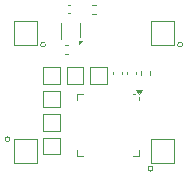
<source format=gbr>
%TF.GenerationSoftware,KiCad,Pcbnew,8.0.1-8.0.1-0~ubuntu20.04.1*%
%TF.CreationDate,2024-06-12T16:16:27+01:00*%
%TF.ProjectId,smolpad,736d6f6c-7061-4642-9e6b-696361645f70,rev?*%
%TF.SameCoordinates,Original*%
%TF.FileFunction,Legend,Bot*%
%TF.FilePolarity,Positive*%
%FSLAX46Y46*%
G04 Gerber Fmt 4.6, Leading zero omitted, Abs format (unit mm)*
G04 Created by KiCad (PCBNEW 8.0.1-8.0.1-0~ubuntu20.04.1) date 2024-06-12 16:16:27*
%MOMM*%
%LPD*%
G01*
G04 APERTURE LIST*
%ADD10C,0.120000*%
G04 APERTURE END LIST*
D10*
%TO.C,C1*%
X37787836Y-36040000D02*
X37572164Y-36040000D01*
X37787836Y-36760000D02*
X37572164Y-36760000D01*
%TO.C,RGB2*%
X33200000Y-34000000D02*
X35200000Y-34000000D01*
X33200000Y-35950000D02*
X33200000Y-34000000D01*
X33200000Y-36000000D02*
X33200000Y-35950000D01*
X35200000Y-34000000D02*
X35200000Y-36000000D01*
X35200000Y-36000000D02*
X33200000Y-36000000D01*
X35906155Y-36000000D02*
G75*
G02*
X35493845Y-36000000I-206155J0D01*
G01*
X35493845Y-36000000D02*
G75*
G02*
X35906155Y-36000000I206155J0D01*
G01*
%TO.C,RGB1*%
X44800000Y-34000000D02*
X46800000Y-34000000D01*
X44800000Y-35950000D02*
X44800000Y-34000000D01*
X44800000Y-36000000D02*
X44800000Y-35950000D01*
X46800000Y-34000000D02*
X46800000Y-36000000D01*
X46800000Y-36000000D02*
X44800000Y-36000000D01*
X47506155Y-36000000D02*
G75*
G02*
X47093845Y-36000000I-206155J0D01*
G01*
X47093845Y-36000000D02*
G75*
G02*
X47506155Y-36000000I206155J0D01*
G01*
%TO.C,U1*%
X38590000Y-40190000D02*
X39065000Y-40190000D01*
X38590000Y-40665000D02*
X38590000Y-40190000D01*
X38590000Y-44935000D02*
X38590000Y-45410000D01*
X38590000Y-45410000D02*
X39065000Y-45410000D01*
X43510000Y-40190000D02*
X43335000Y-40190000D01*
X43810000Y-40430000D02*
X43810000Y-40665000D01*
X43810000Y-44935000D02*
X43810000Y-45410000D01*
X43810000Y-45410000D02*
X43335000Y-45410000D01*
X43810000Y-40190000D02*
X43570000Y-39860000D01*
X44050000Y-39860000D01*
X43810000Y-40190000D01*
G36*
X43810000Y-40190000D02*
G01*
X43570000Y-39860000D01*
X44050000Y-39860000D01*
X43810000Y-40190000D01*
G37*
%TO.C,TP3*%
X35700000Y-37900000D02*
X37100000Y-37900000D01*
X35700000Y-39300000D02*
X35700000Y-37900000D01*
X37100000Y-37900000D02*
X37100000Y-39300000D01*
X37100000Y-39300000D02*
X35700000Y-39300000D01*
%TO.C,RGB3*%
X44800000Y-44000000D02*
X44850000Y-44000000D01*
X44800000Y-46000000D02*
X44800000Y-44000000D01*
X44850000Y-44000000D02*
X46800000Y-44000000D01*
X46800000Y-44000000D02*
X46800000Y-46000000D01*
X46800000Y-46000000D02*
X44800000Y-46000000D01*
X45006155Y-46500000D02*
G75*
G02*
X44593845Y-46500000I-206155J0D01*
G01*
X44593845Y-46500000D02*
G75*
G02*
X45006155Y-46500000I206155J0D01*
G01*
%TO.C,R1*%
X44020000Y-38553641D02*
X44020000Y-38246359D01*
X44780000Y-38553641D02*
X44780000Y-38246359D01*
%TO.C,RGB4*%
X33200000Y-44000000D02*
X35200000Y-44000000D01*
X33200000Y-46000000D02*
X33200000Y-44000000D01*
X35200000Y-44000000D02*
X35200000Y-44050000D01*
X35200000Y-44050000D02*
X35200000Y-46000000D01*
X35200000Y-46000000D02*
X33200000Y-46000000D01*
X32906155Y-44000000D02*
G75*
G02*
X32493845Y-44000000I-206155J0D01*
G01*
X32493845Y-44000000D02*
G75*
G02*
X32906155Y-44000000I206155J0D01*
G01*
%TO.C,TP2*%
X37700000Y-37900000D02*
X39100000Y-37900000D01*
X37700000Y-39300000D02*
X37700000Y-37900000D01*
X39100000Y-37900000D02*
X39100000Y-39300000D01*
X39100000Y-39300000D02*
X37700000Y-39300000D01*
%TO.C,R2*%
X40153641Y-32620000D02*
X39846359Y-32620000D01*
X40153641Y-33380000D02*
X39846359Y-33380000D01*
%TO.C,C2*%
X41640000Y-38507836D02*
X41640000Y-38292164D01*
X42360000Y-38507836D02*
X42360000Y-38292164D01*
%TO.C,TP1*%
X39700000Y-37900000D02*
X41100000Y-37900000D01*
X39700000Y-39300000D02*
X39700000Y-37900000D01*
X41100000Y-37900000D02*
X41100000Y-39300000D01*
X41100000Y-39300000D02*
X39700000Y-39300000D01*
%TO.C,U2*%
X37190000Y-34182000D02*
X37190000Y-35482000D01*
X38810000Y-34182000D02*
X38810000Y-35322000D01*
X38730000Y-35932000D02*
X38730000Y-35652000D01*
X39010000Y-35652000D01*
X38730000Y-35932000D01*
G36*
X38730000Y-35932000D02*
G01*
X38730000Y-35652000D01*
X39010000Y-35652000D01*
X38730000Y-35932000D01*
G37*
%TO.C,TP5*%
X35700000Y-41900000D02*
X37100000Y-41900000D01*
X35700000Y-43300000D02*
X35700000Y-41900000D01*
X37100000Y-41900000D02*
X37100000Y-43300000D01*
X37100000Y-43300000D02*
X35700000Y-43300000D01*
%TO.C,TP4*%
X35700000Y-39900000D02*
X37100000Y-39900000D01*
X35700000Y-41300000D02*
X35700000Y-39900000D01*
X37100000Y-39900000D02*
X37100000Y-41300000D01*
X37100000Y-41300000D02*
X35700000Y-41300000D01*
%TO.C,TP6*%
X35700000Y-43900000D02*
X37100000Y-43900000D01*
X35700000Y-45300000D02*
X35700000Y-43900000D01*
X37100000Y-43900000D02*
X37100000Y-45300000D01*
X37100000Y-45300000D02*
X35700000Y-45300000D01*
%TO.C,C3*%
X42840000Y-38292164D02*
X42840000Y-38507836D01*
X43560000Y-38292164D02*
X43560000Y-38507836D01*
%TO.C,C4*%
X37987836Y-32640000D02*
X37772164Y-32640000D01*
X37987836Y-33360000D02*
X37772164Y-33360000D01*
%TD*%
M02*

</source>
